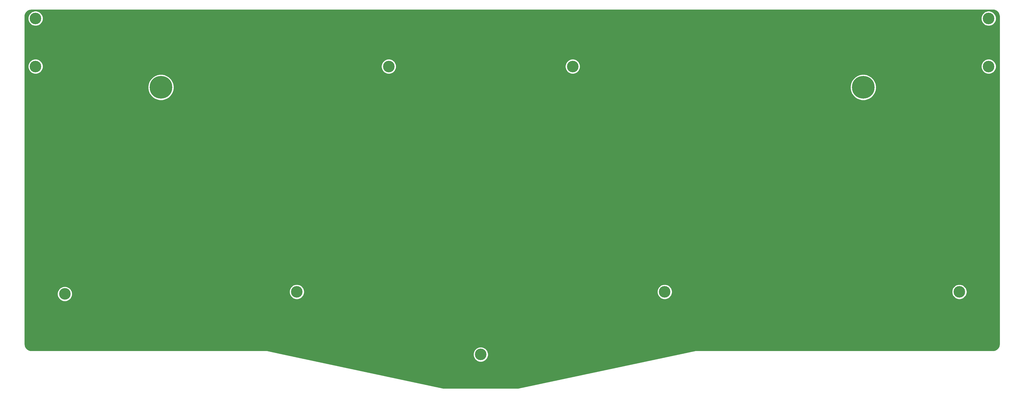
<source format=gbr>
G04 #@! TF.GenerationSoftware,KiCad,Pcbnew,(5.1.6)-1*
G04 #@! TF.CreationDate,2020-10-24T16:54:58-05:00*
G04 #@! TF.ProjectId,basketweave_bottom,6261736b-6574-4776-9561-76655f626f74,rev?*
G04 #@! TF.SameCoordinates,Original*
G04 #@! TF.FileFunction,Copper,L1,Top*
G04 #@! TF.FilePolarity,Positive*
%FSLAX46Y46*%
G04 Gerber Fmt 4.6, Leading zero omitted, Abs format (unit mm)*
G04 Created by KiCad (PCBNEW (5.1.6)-1) date 2020-10-24 16:54:58*
%MOMM*%
%LPD*%
G01*
G04 APERTURE LIST*
G04 #@! TA.AperFunction,ComponentPad*
%ADD10C,4.400000*%
G04 #@! TD*
G04 #@! TA.AperFunction,ComponentPad*
%ADD11C,8.600000*%
G04 #@! TD*
G04 #@! TA.AperFunction,NonConductor*
%ADD12C,0.254000*%
G04 #@! TD*
G04 APERTURE END LIST*
D10*
X378618750Y-180975000D03*
X27781250Y-76993750D03*
D11*
X75406250Y-103187500D03*
D10*
X266700000Y-180975000D03*
X127000000Y-180975000D03*
X27781250Y-95250000D03*
X389731250Y-76993750D03*
X196850000Y-204787500D03*
X161925000Y-95250000D03*
X38893750Y-181768750D03*
X231775000Y-95250000D03*
X389731250Y-95250000D03*
D11*
X342106250Y-103187500D03*
D12*
G36*
X391806634Y-73736002D02*
G01*
X392275938Y-73877694D01*
X392708775Y-74107837D01*
X393088677Y-74417678D01*
X393401153Y-74795397D01*
X393634319Y-75226627D01*
X393779282Y-75694928D01*
X393833750Y-76213153D01*
X393833751Y-200786462D01*
X393782748Y-201306633D01*
X393641057Y-201775936D01*
X393410911Y-202208778D01*
X393101073Y-202588677D01*
X392723350Y-202901156D01*
X392292123Y-203134319D01*
X391823823Y-203279282D01*
X391305597Y-203333750D01*
X278634582Y-203333750D01*
X278598071Y-203330608D01*
X278537550Y-203337323D01*
X278476867Y-203343300D01*
X278441787Y-203353942D01*
X211068389Y-217621250D01*
X182631972Y-217621250D01*
X121030133Y-204508277D01*
X194015000Y-204508277D01*
X194015000Y-205066723D01*
X194123948Y-205614439D01*
X194337656Y-206130376D01*
X194647912Y-206594707D01*
X195042793Y-206989588D01*
X195507124Y-207299844D01*
X196023061Y-207513552D01*
X196570777Y-207622500D01*
X197129223Y-207622500D01*
X197676939Y-207513552D01*
X198192876Y-207299844D01*
X198657207Y-206989588D01*
X199052088Y-206594707D01*
X199362344Y-206130376D01*
X199576052Y-205614439D01*
X199685000Y-205066723D01*
X199685000Y-204508277D01*
X199576052Y-203960561D01*
X199362344Y-203444624D01*
X199052088Y-202980293D01*
X198657207Y-202585412D01*
X198192876Y-202275156D01*
X197676939Y-202061448D01*
X197129223Y-201952500D01*
X196570777Y-201952500D01*
X196023061Y-202061448D01*
X195507124Y-202275156D01*
X195042793Y-202585412D01*
X194647912Y-202980293D01*
X194337656Y-203444624D01*
X194123948Y-203960561D01*
X194015000Y-204508277D01*
X121030133Y-204508277D01*
X115607797Y-203354043D01*
X115572383Y-203343300D01*
X115512046Y-203337357D01*
X115451877Y-203330617D01*
X115415015Y-203333750D01*
X26226028Y-203333750D01*
X25705867Y-203282748D01*
X25236564Y-203141057D01*
X24803722Y-202910911D01*
X24423823Y-202601073D01*
X24111344Y-202223350D01*
X23878181Y-201792123D01*
X23733218Y-201323823D01*
X23678750Y-200805597D01*
X23678750Y-181489527D01*
X36058750Y-181489527D01*
X36058750Y-182047973D01*
X36167698Y-182595689D01*
X36381406Y-183111626D01*
X36691662Y-183575957D01*
X37086543Y-183970838D01*
X37550874Y-184281094D01*
X38066811Y-184494802D01*
X38614527Y-184603750D01*
X39172973Y-184603750D01*
X39720689Y-184494802D01*
X40236626Y-184281094D01*
X40700957Y-183970838D01*
X41095838Y-183575957D01*
X41406094Y-183111626D01*
X41619802Y-182595689D01*
X41728750Y-182047973D01*
X41728750Y-181489527D01*
X41619802Y-180941811D01*
X41517892Y-180695777D01*
X124165000Y-180695777D01*
X124165000Y-181254223D01*
X124273948Y-181801939D01*
X124487656Y-182317876D01*
X124797912Y-182782207D01*
X125192793Y-183177088D01*
X125657124Y-183487344D01*
X126173061Y-183701052D01*
X126720777Y-183810000D01*
X127279223Y-183810000D01*
X127826939Y-183701052D01*
X128342876Y-183487344D01*
X128807207Y-183177088D01*
X129202088Y-182782207D01*
X129512344Y-182317876D01*
X129726052Y-181801939D01*
X129835000Y-181254223D01*
X129835000Y-180695777D01*
X263865000Y-180695777D01*
X263865000Y-181254223D01*
X263973948Y-181801939D01*
X264187656Y-182317876D01*
X264497912Y-182782207D01*
X264892793Y-183177088D01*
X265357124Y-183487344D01*
X265873061Y-183701052D01*
X266420777Y-183810000D01*
X266979223Y-183810000D01*
X267526939Y-183701052D01*
X268042876Y-183487344D01*
X268507207Y-183177088D01*
X268902088Y-182782207D01*
X269212344Y-182317876D01*
X269426052Y-181801939D01*
X269535000Y-181254223D01*
X269535000Y-180695777D01*
X375783750Y-180695777D01*
X375783750Y-181254223D01*
X375892698Y-181801939D01*
X376106406Y-182317876D01*
X376416662Y-182782207D01*
X376811543Y-183177088D01*
X377275874Y-183487344D01*
X377791811Y-183701052D01*
X378339527Y-183810000D01*
X378897973Y-183810000D01*
X379445689Y-183701052D01*
X379961626Y-183487344D01*
X380425957Y-183177088D01*
X380820838Y-182782207D01*
X381131094Y-182317876D01*
X381344802Y-181801939D01*
X381453750Y-181254223D01*
X381453750Y-180695777D01*
X381344802Y-180148061D01*
X381131094Y-179632124D01*
X380820838Y-179167793D01*
X380425957Y-178772912D01*
X379961626Y-178462656D01*
X379445689Y-178248948D01*
X378897973Y-178140000D01*
X378339527Y-178140000D01*
X377791811Y-178248948D01*
X377275874Y-178462656D01*
X376811543Y-178772912D01*
X376416662Y-179167793D01*
X376106406Y-179632124D01*
X375892698Y-180148061D01*
X375783750Y-180695777D01*
X269535000Y-180695777D01*
X269426052Y-180148061D01*
X269212344Y-179632124D01*
X268902088Y-179167793D01*
X268507207Y-178772912D01*
X268042876Y-178462656D01*
X267526939Y-178248948D01*
X266979223Y-178140000D01*
X266420777Y-178140000D01*
X265873061Y-178248948D01*
X265357124Y-178462656D01*
X264892793Y-178772912D01*
X264497912Y-179167793D01*
X264187656Y-179632124D01*
X263973948Y-180148061D01*
X263865000Y-180695777D01*
X129835000Y-180695777D01*
X129726052Y-180148061D01*
X129512344Y-179632124D01*
X129202088Y-179167793D01*
X128807207Y-178772912D01*
X128342876Y-178462656D01*
X127826939Y-178248948D01*
X127279223Y-178140000D01*
X126720777Y-178140000D01*
X126173061Y-178248948D01*
X125657124Y-178462656D01*
X125192793Y-178772912D01*
X124797912Y-179167793D01*
X124487656Y-179632124D01*
X124273948Y-180148061D01*
X124165000Y-180695777D01*
X41517892Y-180695777D01*
X41406094Y-180425874D01*
X41095838Y-179961543D01*
X40700957Y-179566662D01*
X40236626Y-179256406D01*
X39720689Y-179042698D01*
X39172973Y-178933750D01*
X38614527Y-178933750D01*
X38066811Y-179042698D01*
X37550874Y-179256406D01*
X37086543Y-179566662D01*
X36691662Y-179961543D01*
X36381406Y-180425874D01*
X36167698Y-180941811D01*
X36058750Y-181489527D01*
X23678750Y-181489527D01*
X23678750Y-102701445D01*
X70471250Y-102701445D01*
X70471250Y-103673555D01*
X70660900Y-104626986D01*
X71032910Y-105525099D01*
X71572985Y-106333379D01*
X72260371Y-107020765D01*
X73068651Y-107560840D01*
X73966764Y-107932850D01*
X74920195Y-108122500D01*
X75892305Y-108122500D01*
X76845736Y-107932850D01*
X77743849Y-107560840D01*
X78552129Y-107020765D01*
X79239515Y-106333379D01*
X79779590Y-105525099D01*
X80151600Y-104626986D01*
X80341250Y-103673555D01*
X80341250Y-102701445D01*
X337171250Y-102701445D01*
X337171250Y-103673555D01*
X337360900Y-104626986D01*
X337732910Y-105525099D01*
X338272985Y-106333379D01*
X338960371Y-107020765D01*
X339768651Y-107560840D01*
X340666764Y-107932850D01*
X341620195Y-108122500D01*
X342592305Y-108122500D01*
X343545736Y-107932850D01*
X344443849Y-107560840D01*
X345252129Y-107020765D01*
X345939515Y-106333379D01*
X346479590Y-105525099D01*
X346851600Y-104626986D01*
X347041250Y-103673555D01*
X347041250Y-102701445D01*
X346851600Y-101748014D01*
X346479590Y-100849901D01*
X345939515Y-100041621D01*
X345252129Y-99354235D01*
X344443849Y-98814160D01*
X343545736Y-98442150D01*
X342592305Y-98252500D01*
X341620195Y-98252500D01*
X340666764Y-98442150D01*
X339768651Y-98814160D01*
X338960371Y-99354235D01*
X338272985Y-100041621D01*
X337732910Y-100849901D01*
X337360900Y-101748014D01*
X337171250Y-102701445D01*
X80341250Y-102701445D01*
X80151600Y-101748014D01*
X79779590Y-100849901D01*
X79239515Y-100041621D01*
X78552129Y-99354235D01*
X77743849Y-98814160D01*
X76845736Y-98442150D01*
X75892305Y-98252500D01*
X74920195Y-98252500D01*
X73966764Y-98442150D01*
X73068651Y-98814160D01*
X72260371Y-99354235D01*
X71572985Y-100041621D01*
X71032910Y-100849901D01*
X70660900Y-101748014D01*
X70471250Y-102701445D01*
X23678750Y-102701445D01*
X23678750Y-94970777D01*
X24946250Y-94970777D01*
X24946250Y-95529223D01*
X25055198Y-96076939D01*
X25268906Y-96592876D01*
X25579162Y-97057207D01*
X25974043Y-97452088D01*
X26438374Y-97762344D01*
X26954311Y-97976052D01*
X27502027Y-98085000D01*
X28060473Y-98085000D01*
X28608189Y-97976052D01*
X29124126Y-97762344D01*
X29588457Y-97452088D01*
X29983338Y-97057207D01*
X30293594Y-96592876D01*
X30507302Y-96076939D01*
X30616250Y-95529223D01*
X30616250Y-94970777D01*
X159090000Y-94970777D01*
X159090000Y-95529223D01*
X159198948Y-96076939D01*
X159412656Y-96592876D01*
X159722912Y-97057207D01*
X160117793Y-97452088D01*
X160582124Y-97762344D01*
X161098061Y-97976052D01*
X161645777Y-98085000D01*
X162204223Y-98085000D01*
X162751939Y-97976052D01*
X163267876Y-97762344D01*
X163732207Y-97452088D01*
X164127088Y-97057207D01*
X164437344Y-96592876D01*
X164651052Y-96076939D01*
X164760000Y-95529223D01*
X164760000Y-94970777D01*
X228940000Y-94970777D01*
X228940000Y-95529223D01*
X229048948Y-96076939D01*
X229262656Y-96592876D01*
X229572912Y-97057207D01*
X229967793Y-97452088D01*
X230432124Y-97762344D01*
X230948061Y-97976052D01*
X231495777Y-98085000D01*
X232054223Y-98085000D01*
X232601939Y-97976052D01*
X233117876Y-97762344D01*
X233582207Y-97452088D01*
X233977088Y-97057207D01*
X234287344Y-96592876D01*
X234501052Y-96076939D01*
X234610000Y-95529223D01*
X234610000Y-94970777D01*
X386896250Y-94970777D01*
X386896250Y-95529223D01*
X387005198Y-96076939D01*
X387218906Y-96592876D01*
X387529162Y-97057207D01*
X387924043Y-97452088D01*
X388388374Y-97762344D01*
X388904311Y-97976052D01*
X389452027Y-98085000D01*
X390010473Y-98085000D01*
X390558189Y-97976052D01*
X391074126Y-97762344D01*
X391538457Y-97452088D01*
X391933338Y-97057207D01*
X392243594Y-96592876D01*
X392457302Y-96076939D01*
X392566250Y-95529223D01*
X392566250Y-94970777D01*
X392457302Y-94423061D01*
X392243594Y-93907124D01*
X391933338Y-93442793D01*
X391538457Y-93047912D01*
X391074126Y-92737656D01*
X390558189Y-92523948D01*
X390010473Y-92415000D01*
X389452027Y-92415000D01*
X388904311Y-92523948D01*
X388388374Y-92737656D01*
X387924043Y-93047912D01*
X387529162Y-93442793D01*
X387218906Y-93907124D01*
X387005198Y-94423061D01*
X386896250Y-94970777D01*
X234610000Y-94970777D01*
X234501052Y-94423061D01*
X234287344Y-93907124D01*
X233977088Y-93442793D01*
X233582207Y-93047912D01*
X233117876Y-92737656D01*
X232601939Y-92523948D01*
X232054223Y-92415000D01*
X231495777Y-92415000D01*
X230948061Y-92523948D01*
X230432124Y-92737656D01*
X229967793Y-93047912D01*
X229572912Y-93442793D01*
X229262656Y-93907124D01*
X229048948Y-94423061D01*
X228940000Y-94970777D01*
X164760000Y-94970777D01*
X164651052Y-94423061D01*
X164437344Y-93907124D01*
X164127088Y-93442793D01*
X163732207Y-93047912D01*
X163267876Y-92737656D01*
X162751939Y-92523948D01*
X162204223Y-92415000D01*
X161645777Y-92415000D01*
X161098061Y-92523948D01*
X160582124Y-92737656D01*
X160117793Y-93047912D01*
X159722912Y-93442793D01*
X159412656Y-93907124D01*
X159198948Y-94423061D01*
X159090000Y-94970777D01*
X30616250Y-94970777D01*
X30507302Y-94423061D01*
X30293594Y-93907124D01*
X29983338Y-93442793D01*
X29588457Y-93047912D01*
X29124126Y-92737656D01*
X28608189Y-92523948D01*
X28060473Y-92415000D01*
X27502027Y-92415000D01*
X26954311Y-92523948D01*
X26438374Y-92737656D01*
X25974043Y-93047912D01*
X25579162Y-93442793D01*
X25268906Y-93907124D01*
X25055198Y-94423061D01*
X24946250Y-94970777D01*
X23678750Y-94970777D01*
X23678750Y-76714527D01*
X24946250Y-76714527D01*
X24946250Y-77272973D01*
X25055198Y-77820689D01*
X25268906Y-78336626D01*
X25579162Y-78800957D01*
X25974043Y-79195838D01*
X26438374Y-79506094D01*
X26954311Y-79719802D01*
X27502027Y-79828750D01*
X28060473Y-79828750D01*
X28608189Y-79719802D01*
X29124126Y-79506094D01*
X29588457Y-79195838D01*
X29983338Y-78800957D01*
X30293594Y-78336626D01*
X30507302Y-77820689D01*
X30616250Y-77272973D01*
X30616250Y-76714527D01*
X386896250Y-76714527D01*
X386896250Y-77272973D01*
X387005198Y-77820689D01*
X387218906Y-78336626D01*
X387529162Y-78800957D01*
X387924043Y-79195838D01*
X388388374Y-79506094D01*
X388904311Y-79719802D01*
X389452027Y-79828750D01*
X390010473Y-79828750D01*
X390558189Y-79719802D01*
X391074126Y-79506094D01*
X391538457Y-79195838D01*
X391933338Y-78800957D01*
X392243594Y-78336626D01*
X392457302Y-77820689D01*
X392566250Y-77272973D01*
X392566250Y-76714527D01*
X392457302Y-76166811D01*
X392243594Y-75650874D01*
X391933338Y-75186543D01*
X391538457Y-74791662D01*
X391074126Y-74481406D01*
X390558189Y-74267698D01*
X390010473Y-74158750D01*
X389452027Y-74158750D01*
X388904311Y-74267698D01*
X388388374Y-74481406D01*
X387924043Y-74791662D01*
X387529162Y-75186543D01*
X387218906Y-75650874D01*
X387005198Y-76166811D01*
X386896250Y-76714527D01*
X30616250Y-76714527D01*
X30507302Y-76166811D01*
X30293594Y-75650874D01*
X29983338Y-75186543D01*
X29588457Y-74791662D01*
X29124126Y-74481406D01*
X28608189Y-74267698D01*
X28060473Y-74158750D01*
X27502027Y-74158750D01*
X26954311Y-74267698D01*
X26438374Y-74481406D01*
X25974043Y-74791662D01*
X25579162Y-75186543D01*
X25268906Y-75650874D01*
X25055198Y-76166811D01*
X24946250Y-76714527D01*
X23678750Y-76714527D01*
X23678750Y-76232278D01*
X23729752Y-75712116D01*
X23871444Y-75242812D01*
X24101587Y-74809975D01*
X24411428Y-74430073D01*
X24789147Y-74117597D01*
X25220377Y-73884431D01*
X25688678Y-73739468D01*
X26206903Y-73685000D01*
X391286472Y-73685000D01*
X391806634Y-73736002D01*
G37*
X391806634Y-73736002D02*
X392275938Y-73877694D01*
X392708775Y-74107837D01*
X393088677Y-74417678D01*
X393401153Y-74795397D01*
X393634319Y-75226627D01*
X393779282Y-75694928D01*
X393833750Y-76213153D01*
X393833751Y-200786462D01*
X393782748Y-201306633D01*
X393641057Y-201775936D01*
X393410911Y-202208778D01*
X393101073Y-202588677D01*
X392723350Y-202901156D01*
X392292123Y-203134319D01*
X391823823Y-203279282D01*
X391305597Y-203333750D01*
X278634582Y-203333750D01*
X278598071Y-203330608D01*
X278537550Y-203337323D01*
X278476867Y-203343300D01*
X278441787Y-203353942D01*
X211068389Y-217621250D01*
X182631972Y-217621250D01*
X121030133Y-204508277D01*
X194015000Y-204508277D01*
X194015000Y-205066723D01*
X194123948Y-205614439D01*
X194337656Y-206130376D01*
X194647912Y-206594707D01*
X195042793Y-206989588D01*
X195507124Y-207299844D01*
X196023061Y-207513552D01*
X196570777Y-207622500D01*
X197129223Y-207622500D01*
X197676939Y-207513552D01*
X198192876Y-207299844D01*
X198657207Y-206989588D01*
X199052088Y-206594707D01*
X199362344Y-206130376D01*
X199576052Y-205614439D01*
X199685000Y-205066723D01*
X199685000Y-204508277D01*
X199576052Y-203960561D01*
X199362344Y-203444624D01*
X199052088Y-202980293D01*
X198657207Y-202585412D01*
X198192876Y-202275156D01*
X197676939Y-202061448D01*
X197129223Y-201952500D01*
X196570777Y-201952500D01*
X196023061Y-202061448D01*
X195507124Y-202275156D01*
X195042793Y-202585412D01*
X194647912Y-202980293D01*
X194337656Y-203444624D01*
X194123948Y-203960561D01*
X194015000Y-204508277D01*
X121030133Y-204508277D01*
X115607797Y-203354043D01*
X115572383Y-203343300D01*
X115512046Y-203337357D01*
X115451877Y-203330617D01*
X115415015Y-203333750D01*
X26226028Y-203333750D01*
X25705867Y-203282748D01*
X25236564Y-203141057D01*
X24803722Y-202910911D01*
X24423823Y-202601073D01*
X24111344Y-202223350D01*
X23878181Y-201792123D01*
X23733218Y-201323823D01*
X23678750Y-200805597D01*
X23678750Y-181489527D01*
X36058750Y-181489527D01*
X36058750Y-182047973D01*
X36167698Y-182595689D01*
X36381406Y-183111626D01*
X36691662Y-183575957D01*
X37086543Y-183970838D01*
X37550874Y-184281094D01*
X38066811Y-184494802D01*
X38614527Y-184603750D01*
X39172973Y-184603750D01*
X39720689Y-184494802D01*
X40236626Y-184281094D01*
X40700957Y-183970838D01*
X41095838Y-183575957D01*
X41406094Y-183111626D01*
X41619802Y-182595689D01*
X41728750Y-182047973D01*
X41728750Y-181489527D01*
X41619802Y-180941811D01*
X41517892Y-180695777D01*
X124165000Y-180695777D01*
X124165000Y-181254223D01*
X124273948Y-181801939D01*
X124487656Y-182317876D01*
X124797912Y-182782207D01*
X125192793Y-183177088D01*
X125657124Y-183487344D01*
X126173061Y-183701052D01*
X126720777Y-183810000D01*
X127279223Y-183810000D01*
X127826939Y-183701052D01*
X128342876Y-183487344D01*
X128807207Y-183177088D01*
X129202088Y-182782207D01*
X129512344Y-182317876D01*
X129726052Y-181801939D01*
X129835000Y-181254223D01*
X129835000Y-180695777D01*
X263865000Y-180695777D01*
X263865000Y-181254223D01*
X263973948Y-181801939D01*
X264187656Y-182317876D01*
X264497912Y-182782207D01*
X264892793Y-183177088D01*
X265357124Y-183487344D01*
X265873061Y-183701052D01*
X266420777Y-183810000D01*
X266979223Y-183810000D01*
X267526939Y-183701052D01*
X268042876Y-183487344D01*
X268507207Y-183177088D01*
X268902088Y-182782207D01*
X269212344Y-182317876D01*
X269426052Y-181801939D01*
X269535000Y-181254223D01*
X269535000Y-180695777D01*
X375783750Y-180695777D01*
X375783750Y-181254223D01*
X375892698Y-181801939D01*
X376106406Y-182317876D01*
X376416662Y-182782207D01*
X376811543Y-183177088D01*
X377275874Y-183487344D01*
X377791811Y-183701052D01*
X378339527Y-183810000D01*
X378897973Y-183810000D01*
X379445689Y-183701052D01*
X379961626Y-183487344D01*
X380425957Y-183177088D01*
X380820838Y-182782207D01*
X381131094Y-182317876D01*
X381344802Y-181801939D01*
X381453750Y-181254223D01*
X381453750Y-180695777D01*
X381344802Y-180148061D01*
X381131094Y-179632124D01*
X380820838Y-179167793D01*
X380425957Y-178772912D01*
X379961626Y-178462656D01*
X379445689Y-178248948D01*
X378897973Y-178140000D01*
X378339527Y-178140000D01*
X377791811Y-178248948D01*
X377275874Y-178462656D01*
X376811543Y-178772912D01*
X376416662Y-179167793D01*
X376106406Y-179632124D01*
X375892698Y-180148061D01*
X375783750Y-180695777D01*
X269535000Y-180695777D01*
X269426052Y-180148061D01*
X269212344Y-179632124D01*
X268902088Y-179167793D01*
X268507207Y-178772912D01*
X268042876Y-178462656D01*
X267526939Y-178248948D01*
X266979223Y-178140000D01*
X266420777Y-178140000D01*
X265873061Y-178248948D01*
X265357124Y-178462656D01*
X264892793Y-178772912D01*
X264497912Y-179167793D01*
X264187656Y-179632124D01*
X263973948Y-180148061D01*
X263865000Y-180695777D01*
X129835000Y-180695777D01*
X129726052Y-180148061D01*
X129512344Y-179632124D01*
X129202088Y-179167793D01*
X128807207Y-178772912D01*
X128342876Y-178462656D01*
X127826939Y-178248948D01*
X127279223Y-178140000D01*
X126720777Y-178140000D01*
X126173061Y-178248948D01*
X125657124Y-178462656D01*
X125192793Y-178772912D01*
X124797912Y-179167793D01*
X124487656Y-179632124D01*
X124273948Y-180148061D01*
X124165000Y-180695777D01*
X41517892Y-180695777D01*
X41406094Y-180425874D01*
X41095838Y-179961543D01*
X40700957Y-179566662D01*
X40236626Y-179256406D01*
X39720689Y-179042698D01*
X39172973Y-178933750D01*
X38614527Y-178933750D01*
X38066811Y-179042698D01*
X37550874Y-179256406D01*
X37086543Y-179566662D01*
X36691662Y-179961543D01*
X36381406Y-180425874D01*
X36167698Y-180941811D01*
X36058750Y-181489527D01*
X23678750Y-181489527D01*
X23678750Y-102701445D01*
X70471250Y-102701445D01*
X70471250Y-103673555D01*
X70660900Y-104626986D01*
X71032910Y-105525099D01*
X71572985Y-106333379D01*
X72260371Y-107020765D01*
X73068651Y-107560840D01*
X73966764Y-107932850D01*
X74920195Y-108122500D01*
X75892305Y-108122500D01*
X76845736Y-107932850D01*
X77743849Y-107560840D01*
X78552129Y-107020765D01*
X79239515Y-106333379D01*
X79779590Y-105525099D01*
X80151600Y-104626986D01*
X80341250Y-103673555D01*
X80341250Y-102701445D01*
X337171250Y-102701445D01*
X337171250Y-103673555D01*
X337360900Y-104626986D01*
X337732910Y-105525099D01*
X338272985Y-106333379D01*
X338960371Y-107020765D01*
X339768651Y-107560840D01*
X340666764Y-107932850D01*
X341620195Y-108122500D01*
X342592305Y-108122500D01*
X343545736Y-107932850D01*
X344443849Y-107560840D01*
X345252129Y-107020765D01*
X345939515Y-106333379D01*
X346479590Y-105525099D01*
X346851600Y-104626986D01*
X347041250Y-103673555D01*
X347041250Y-102701445D01*
X346851600Y-101748014D01*
X346479590Y-100849901D01*
X345939515Y-100041621D01*
X345252129Y-99354235D01*
X344443849Y-98814160D01*
X343545736Y-98442150D01*
X342592305Y-98252500D01*
X341620195Y-98252500D01*
X340666764Y-98442150D01*
X339768651Y-98814160D01*
X338960371Y-99354235D01*
X338272985Y-100041621D01*
X337732910Y-100849901D01*
X337360900Y-101748014D01*
X337171250Y-102701445D01*
X80341250Y-102701445D01*
X80151600Y-101748014D01*
X79779590Y-100849901D01*
X79239515Y-100041621D01*
X78552129Y-99354235D01*
X77743849Y-98814160D01*
X76845736Y-98442150D01*
X75892305Y-98252500D01*
X74920195Y-98252500D01*
X73966764Y-98442150D01*
X73068651Y-98814160D01*
X72260371Y-99354235D01*
X71572985Y-100041621D01*
X71032910Y-100849901D01*
X70660900Y-101748014D01*
X70471250Y-102701445D01*
X23678750Y-102701445D01*
X23678750Y-94970777D01*
X24946250Y-94970777D01*
X24946250Y-95529223D01*
X25055198Y-96076939D01*
X25268906Y-96592876D01*
X25579162Y-97057207D01*
X25974043Y-97452088D01*
X26438374Y-97762344D01*
X26954311Y-97976052D01*
X27502027Y-98085000D01*
X28060473Y-98085000D01*
X28608189Y-97976052D01*
X29124126Y-97762344D01*
X29588457Y-97452088D01*
X29983338Y-97057207D01*
X30293594Y-96592876D01*
X30507302Y-96076939D01*
X30616250Y-95529223D01*
X30616250Y-94970777D01*
X159090000Y-94970777D01*
X159090000Y-95529223D01*
X159198948Y-96076939D01*
X159412656Y-96592876D01*
X159722912Y-97057207D01*
X160117793Y-97452088D01*
X160582124Y-97762344D01*
X161098061Y-97976052D01*
X161645777Y-98085000D01*
X162204223Y-98085000D01*
X162751939Y-97976052D01*
X163267876Y-97762344D01*
X163732207Y-97452088D01*
X164127088Y-97057207D01*
X164437344Y-96592876D01*
X164651052Y-96076939D01*
X164760000Y-95529223D01*
X164760000Y-94970777D01*
X228940000Y-94970777D01*
X228940000Y-95529223D01*
X229048948Y-96076939D01*
X229262656Y-96592876D01*
X229572912Y-97057207D01*
X229967793Y-97452088D01*
X230432124Y-97762344D01*
X230948061Y-97976052D01*
X231495777Y-98085000D01*
X232054223Y-98085000D01*
X232601939Y-97976052D01*
X233117876Y-97762344D01*
X233582207Y-97452088D01*
X233977088Y-97057207D01*
X234287344Y-96592876D01*
X234501052Y-96076939D01*
X234610000Y-95529223D01*
X234610000Y-94970777D01*
X386896250Y-94970777D01*
X386896250Y-95529223D01*
X387005198Y-96076939D01*
X387218906Y-96592876D01*
X387529162Y-97057207D01*
X387924043Y-97452088D01*
X388388374Y-97762344D01*
X388904311Y-97976052D01*
X389452027Y-98085000D01*
X390010473Y-98085000D01*
X390558189Y-97976052D01*
X391074126Y-97762344D01*
X391538457Y-97452088D01*
X391933338Y-97057207D01*
X392243594Y-96592876D01*
X392457302Y-96076939D01*
X392566250Y-95529223D01*
X392566250Y-94970777D01*
X392457302Y-94423061D01*
X392243594Y-93907124D01*
X391933338Y-93442793D01*
X391538457Y-93047912D01*
X391074126Y-92737656D01*
X390558189Y-92523948D01*
X390010473Y-92415000D01*
X389452027Y-92415000D01*
X388904311Y-92523948D01*
X388388374Y-92737656D01*
X387924043Y-93047912D01*
X387529162Y-93442793D01*
X387218906Y-93907124D01*
X387005198Y-94423061D01*
X386896250Y-94970777D01*
X234610000Y-94970777D01*
X234501052Y-94423061D01*
X234287344Y-93907124D01*
X233977088Y-93442793D01*
X233582207Y-93047912D01*
X233117876Y-92737656D01*
X232601939Y-92523948D01*
X232054223Y-92415000D01*
X231495777Y-92415000D01*
X230948061Y-92523948D01*
X230432124Y-92737656D01*
X229967793Y-93047912D01*
X229572912Y-93442793D01*
X229262656Y-93907124D01*
X229048948Y-94423061D01*
X228940000Y-94970777D01*
X164760000Y-94970777D01*
X164651052Y-94423061D01*
X164437344Y-93907124D01*
X164127088Y-93442793D01*
X163732207Y-93047912D01*
X163267876Y-92737656D01*
X162751939Y-92523948D01*
X162204223Y-92415000D01*
X161645777Y-92415000D01*
X161098061Y-92523948D01*
X160582124Y-92737656D01*
X160117793Y-93047912D01*
X159722912Y-93442793D01*
X159412656Y-93907124D01*
X159198948Y-94423061D01*
X159090000Y-94970777D01*
X30616250Y-94970777D01*
X30507302Y-94423061D01*
X30293594Y-93907124D01*
X29983338Y-93442793D01*
X29588457Y-93047912D01*
X29124126Y-92737656D01*
X28608189Y-92523948D01*
X28060473Y-92415000D01*
X27502027Y-92415000D01*
X26954311Y-92523948D01*
X26438374Y-92737656D01*
X25974043Y-93047912D01*
X25579162Y-93442793D01*
X25268906Y-93907124D01*
X25055198Y-94423061D01*
X24946250Y-94970777D01*
X23678750Y-94970777D01*
X23678750Y-76714527D01*
X24946250Y-76714527D01*
X24946250Y-77272973D01*
X25055198Y-77820689D01*
X25268906Y-78336626D01*
X25579162Y-78800957D01*
X25974043Y-79195838D01*
X26438374Y-79506094D01*
X26954311Y-79719802D01*
X27502027Y-79828750D01*
X28060473Y-79828750D01*
X28608189Y-79719802D01*
X29124126Y-79506094D01*
X29588457Y-79195838D01*
X29983338Y-78800957D01*
X30293594Y-78336626D01*
X30507302Y-77820689D01*
X30616250Y-77272973D01*
X30616250Y-76714527D01*
X386896250Y-76714527D01*
X386896250Y-77272973D01*
X387005198Y-77820689D01*
X387218906Y-78336626D01*
X387529162Y-78800957D01*
X387924043Y-79195838D01*
X388388374Y-79506094D01*
X388904311Y-79719802D01*
X389452027Y-79828750D01*
X390010473Y-79828750D01*
X390558189Y-79719802D01*
X391074126Y-79506094D01*
X391538457Y-79195838D01*
X391933338Y-78800957D01*
X392243594Y-78336626D01*
X392457302Y-77820689D01*
X392566250Y-77272973D01*
X392566250Y-76714527D01*
X392457302Y-76166811D01*
X392243594Y-75650874D01*
X391933338Y-75186543D01*
X391538457Y-74791662D01*
X391074126Y-74481406D01*
X390558189Y-74267698D01*
X390010473Y-74158750D01*
X389452027Y-74158750D01*
X388904311Y-74267698D01*
X388388374Y-74481406D01*
X387924043Y-74791662D01*
X387529162Y-75186543D01*
X387218906Y-75650874D01*
X387005198Y-76166811D01*
X386896250Y-76714527D01*
X30616250Y-76714527D01*
X30507302Y-76166811D01*
X30293594Y-75650874D01*
X29983338Y-75186543D01*
X29588457Y-74791662D01*
X29124126Y-74481406D01*
X28608189Y-74267698D01*
X28060473Y-74158750D01*
X27502027Y-74158750D01*
X26954311Y-74267698D01*
X26438374Y-74481406D01*
X25974043Y-74791662D01*
X25579162Y-75186543D01*
X25268906Y-75650874D01*
X25055198Y-76166811D01*
X24946250Y-76714527D01*
X23678750Y-76714527D01*
X23678750Y-76232278D01*
X23729752Y-75712116D01*
X23871444Y-75242812D01*
X24101587Y-74809975D01*
X24411428Y-74430073D01*
X24789147Y-74117597D01*
X25220377Y-73884431D01*
X25688678Y-73739468D01*
X26206903Y-73685000D01*
X391286472Y-73685000D01*
X391806634Y-73736002D01*
M02*

</source>
